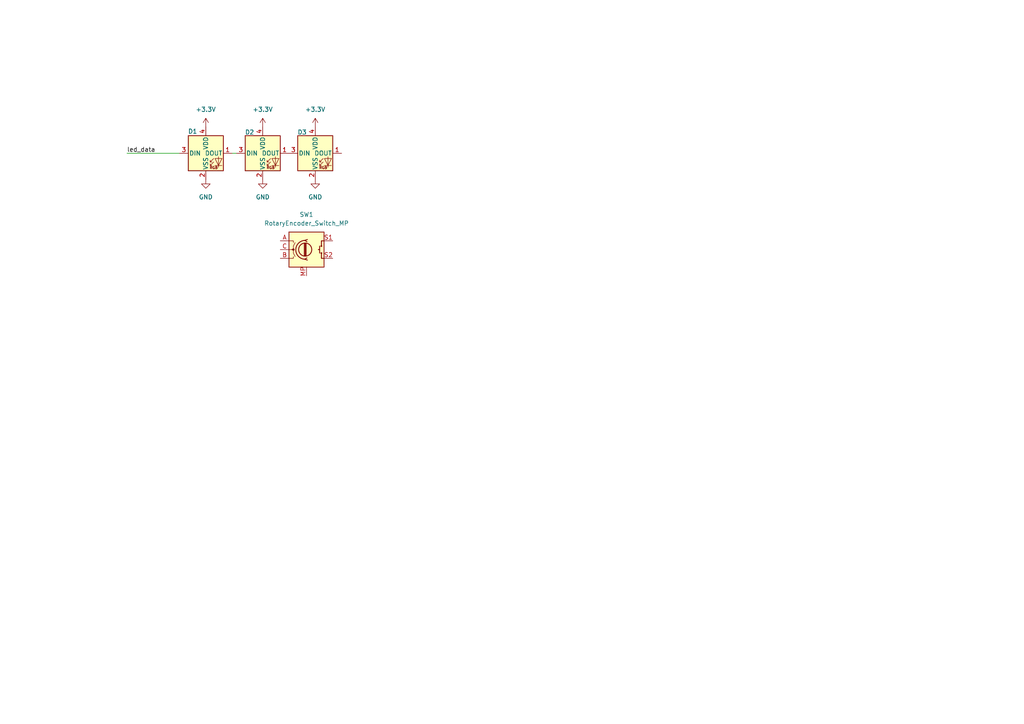
<source format=kicad_sch>
(kicad_sch
	(version 20231120)
	(generator "eeschema")
	(generator_version "8.0")
	(uuid "24079b79-aeaf-4400-acd2-06d50b897fd4")
	(paper "A4")
	(lib_symbols
		(symbol "Device:RotaryEncoder_Switch_MP"
			(pin_names
				(offset 0.254) hide)
			(exclude_from_sim no)
			(in_bom yes)
			(on_board yes)
			(property "Reference" "SW"
				(at 0 8.89 0)
				(effects
					(font
						(size 1.27 1.27)
					)
				)
			)
			(property "Value" "RotaryEncoder_Switch_MP"
				(at 0 6.35 0)
				(effects
					(font
						(size 1.27 1.27)
					)
				)
			)
			(property "Footprint" ""
				(at -3.81 4.064 0)
				(effects
					(font
						(size 1.27 1.27)
					)
					(hide yes)
				)
			)
			(property "Datasheet" "~"
				(at 0 -12.7 0)
				(effects
					(font
						(size 1.27 1.27)
					)
					(hide yes)
				)
			)
			(property "Description" "Rotary encoder, dual channel, incremental quadrate outputs, with switch and MP Pin"
				(at 0 -15.24 0)
				(effects
					(font
						(size 1.27 1.27)
					)
					(hide yes)
				)
			)
			(property "ki_keywords" "rotary switch encoder switch push button"
				(at 0 0 0)
				(effects
					(font
						(size 1.27 1.27)
					)
					(hide yes)
				)
			)
			(property "ki_fp_filters" "RotaryEncoder*Switch*"
				(at 0 0 0)
				(effects
					(font
						(size 1.27 1.27)
					)
					(hide yes)
				)
			)
			(symbol "RotaryEncoder_Switch_MP_0_1"
				(rectangle
					(start -5.08 5.08)
					(end 5.08 -5.08)
					(stroke
						(width 0.254)
						(type default)
					)
					(fill
						(type background)
					)
				)
				(circle
					(center -3.81 0)
					(radius 0.254)
					(stroke
						(width 0)
						(type default)
					)
					(fill
						(type outline)
					)
				)
				(circle
					(center -0.381 0)
					(radius 1.905)
					(stroke
						(width 0.254)
						(type default)
					)
					(fill
						(type none)
					)
				)
				(arc
					(start -0.381 2.667)
					(mid -3.0988 -0.0635)
					(end -0.381 -2.794)
					(stroke
						(width 0.254)
						(type default)
					)
					(fill
						(type none)
					)
				)
				(polyline
					(pts
						(xy -0.635 -1.778) (xy -0.635 1.778)
					)
					(stroke
						(width 0.254)
						(type default)
					)
					(fill
						(type none)
					)
				)
				(polyline
					(pts
						(xy -0.381 -1.778) (xy -0.381 1.778)
					)
					(stroke
						(width 0.254)
						(type default)
					)
					(fill
						(type none)
					)
				)
				(polyline
					(pts
						(xy -0.127 1.778) (xy -0.127 -1.778)
					)
					(stroke
						(width 0.254)
						(type default)
					)
					(fill
						(type none)
					)
				)
				(polyline
					(pts
						(xy 3.81 0) (xy 3.429 0)
					)
					(stroke
						(width 0.254)
						(type default)
					)
					(fill
						(type none)
					)
				)
				(polyline
					(pts
						(xy 3.81 1.016) (xy 3.81 -1.016)
					)
					(stroke
						(width 0.254)
						(type default)
					)
					(fill
						(type none)
					)
				)
				(polyline
					(pts
						(xy -5.08 -2.54) (xy -3.81 -2.54) (xy -3.81 -2.032)
					)
					(stroke
						(width 0)
						(type default)
					)
					(fill
						(type none)
					)
				)
				(polyline
					(pts
						(xy -5.08 2.54) (xy -3.81 2.54) (xy -3.81 2.032)
					)
					(stroke
						(width 0)
						(type default)
					)
					(fill
						(type none)
					)
				)
				(polyline
					(pts
						(xy 0.254 -3.048) (xy -0.508 -2.794) (xy 0.127 -2.413)
					)
					(stroke
						(width 0.254)
						(type default)
					)
					(fill
						(type none)
					)
				)
				(polyline
					(pts
						(xy 0.254 2.921) (xy -0.508 2.667) (xy 0.127 2.286)
					)
					(stroke
						(width 0.254)
						(type default)
					)
					(fill
						(type none)
					)
				)
				(polyline
					(pts
						(xy 5.08 -2.54) (xy 4.318 -2.54) (xy 4.318 -1.016)
					)
					(stroke
						(width 0.254)
						(type default)
					)
					(fill
						(type none)
					)
				)
				(polyline
					(pts
						(xy 5.08 2.54) (xy 4.318 2.54) (xy 4.318 1.016)
					)
					(stroke
						(width 0.254)
						(type default)
					)
					(fill
						(type none)
					)
				)
				(polyline
					(pts
						(xy -5.08 0) (xy -3.81 0) (xy -3.81 -1.016) (xy -3.302 -2.032)
					)
					(stroke
						(width 0)
						(type default)
					)
					(fill
						(type none)
					)
				)
				(polyline
					(pts
						(xy -4.318 0) (xy -3.81 0) (xy -3.81 1.016) (xy -3.302 2.032)
					)
					(stroke
						(width 0)
						(type default)
					)
					(fill
						(type none)
					)
				)
				(circle
					(center 4.318 -1.016)
					(radius 0.127)
					(stroke
						(width 0.254)
						(type default)
					)
					(fill
						(type none)
					)
				)
				(circle
					(center 4.318 1.016)
					(radius 0.127)
					(stroke
						(width 0.254)
						(type default)
					)
					(fill
						(type none)
					)
				)
			)
			(symbol "RotaryEncoder_Switch_MP_1_1"
				(pin passive line
					(at -7.62 2.54 0)
					(length 2.54)
					(name "A"
						(effects
							(font
								(size 1.27 1.27)
							)
						)
					)
					(number "A"
						(effects
							(font
								(size 1.27 1.27)
							)
						)
					)
				)
				(pin passive line
					(at -7.62 -2.54 0)
					(length 2.54)
					(name "B"
						(effects
							(font
								(size 1.27 1.27)
							)
						)
					)
					(number "B"
						(effects
							(font
								(size 1.27 1.27)
							)
						)
					)
				)
				(pin passive line
					(at -7.62 0 0)
					(length 2.54)
					(name "C"
						(effects
							(font
								(size 1.27 1.27)
							)
						)
					)
					(number "C"
						(effects
							(font
								(size 1.27 1.27)
							)
						)
					)
				)
				(pin passive line
					(at 0 -7.62 90)
					(length 2.54)
					(name "MP"
						(effects
							(font
								(size 1.27 1.27)
							)
						)
					)
					(number "MP"
						(effects
							(font
								(size 1.27 1.27)
							)
						)
					)
				)
				(pin passive line
					(at 7.62 2.54 180)
					(length 2.54)
					(name "S1"
						(effects
							(font
								(size 1.27 1.27)
							)
						)
					)
					(number "S1"
						(effects
							(font
								(size 1.27 1.27)
							)
						)
					)
				)
				(pin passive line
					(at 7.62 -2.54 180)
					(length 2.54)
					(name "S2"
						(effects
							(font
								(size 1.27 1.27)
							)
						)
					)
					(number "S2"
						(effects
							(font
								(size 1.27 1.27)
							)
						)
					)
				)
			)
		)
		(symbol "LED:WS2812B-2020"
			(pin_names
				(offset 0.254)
			)
			(exclude_from_sim no)
			(in_bom yes)
			(on_board yes)
			(property "Reference" "D"
				(at 5.08 5.715 0)
				(effects
					(font
						(size 1.27 1.27)
					)
					(justify right bottom)
				)
			)
			(property "Value" "WS2812B-2020"
				(at 1.27 -5.715 0)
				(effects
					(font
						(size 1.27 1.27)
					)
					(justify left top)
				)
			)
			(property "Footprint" "LED_SMD:LED_WS2812B-2020_PLCC4_2.0x2.0mm"
				(at 1.27 -7.62 0)
				(effects
					(font
						(size 1.27 1.27)
					)
					(justify left top)
					(hide yes)
				)
			)
			(property "Datasheet" "https://cdn-shop.adafruit.com/product-files/4684/4684_WS2812B-2020_V1.3_EN.pdf"
				(at 2.54 -9.525 0)
				(effects
					(font
						(size 1.27 1.27)
					)
					(justify left top)
					(hide yes)
				)
			)
			(property "Description" "RGB LED with integrated controller, 2.0 x 2.0 mm, 12 mA"
				(at 0 0 0)
				(effects
					(font
						(size 1.27 1.27)
					)
					(hide yes)
				)
			)
			(property "ki_keywords" "RGB LED NeoPixel Nano addressable"
				(at 0 0 0)
				(effects
					(font
						(size 1.27 1.27)
					)
					(hide yes)
				)
			)
			(property "ki_fp_filters" "LED*WS2812*-2020_PLCC4*"
				(at 0 0 0)
				(effects
					(font
						(size 1.27 1.27)
					)
					(hide yes)
				)
			)
			(symbol "WS2812B-2020_0_0"
				(text "RGB"
					(at 2.286 -4.191 0)
					(effects
						(font
							(size 0.762 0.762)
						)
					)
				)
			)
			(symbol "WS2812B-2020_0_1"
				(polyline
					(pts
						(xy 1.27 -3.556) (xy 1.778 -3.556)
					)
					(stroke
						(width 0)
						(type default)
					)
					(fill
						(type none)
					)
				)
				(polyline
					(pts
						(xy 1.27 -2.54) (xy 1.778 -2.54)
					)
					(stroke
						(width 0)
						(type default)
					)
					(fill
						(type none)
					)
				)
				(polyline
					(pts
						(xy 4.699 -3.556) (xy 2.667 -3.556)
					)
					(stroke
						(width 0)
						(type default)
					)
					(fill
						(type none)
					)
				)
				(polyline
					(pts
						(xy 2.286 -2.54) (xy 1.27 -3.556) (xy 1.27 -3.048)
					)
					(stroke
						(width 0)
						(type default)
					)
					(fill
						(type none)
					)
				)
				(polyline
					(pts
						(xy 2.286 -1.524) (xy 1.27 -2.54) (xy 1.27 -2.032)
					)
					(stroke
						(width 0)
						(type default)
					)
					(fill
						(type none)
					)
				)
				(polyline
					(pts
						(xy 3.683 -1.016) (xy 3.683 -3.556) (xy 3.683 -4.064)
					)
					(stroke
						(width 0)
						(type default)
					)
					(fill
						(type none)
					)
				)
				(polyline
					(pts
						(xy 4.699 -1.524) (xy 2.667 -1.524) (xy 3.683 -3.556) (xy 4.699 -1.524)
					)
					(stroke
						(width 0)
						(type default)
					)
					(fill
						(type none)
					)
				)
				(rectangle
					(start 5.08 5.08)
					(end -5.08 -5.08)
					(stroke
						(width 0.254)
						(type default)
					)
					(fill
						(type background)
					)
				)
			)
			(symbol "WS2812B-2020_1_1"
				(pin output line
					(at 7.62 0 180)
					(length 2.54)
					(name "DOUT"
						(effects
							(font
								(size 1.27 1.27)
							)
						)
					)
					(number "1"
						(effects
							(font
								(size 1.27 1.27)
							)
						)
					)
				)
				(pin power_in line
					(at 0 -7.62 90)
					(length 2.54)
					(name "VSS"
						(effects
							(font
								(size 1.27 1.27)
							)
						)
					)
					(number "2"
						(effects
							(font
								(size 1.27 1.27)
							)
						)
					)
				)
				(pin input line
					(at -7.62 0 0)
					(length 2.54)
					(name "DIN"
						(effects
							(font
								(size 1.27 1.27)
							)
						)
					)
					(number "3"
						(effects
							(font
								(size 1.27 1.27)
							)
						)
					)
				)
				(pin power_in line
					(at 0 7.62 270)
					(length 2.54)
					(name "VDD"
						(effects
							(font
								(size 1.27 1.27)
							)
						)
					)
					(number "4"
						(effects
							(font
								(size 1.27 1.27)
							)
						)
					)
				)
			)
		)
		(symbol "power:+3.3V"
			(power)
			(pin_numbers hide)
			(pin_names
				(offset 0) hide)
			(exclude_from_sim no)
			(in_bom yes)
			(on_board yes)
			(property "Reference" "#PWR"
				(at 0 -3.81 0)
				(effects
					(font
						(size 1.27 1.27)
					)
					(hide yes)
				)
			)
			(property "Value" "+3.3V"
				(at 0 3.556 0)
				(effects
					(font
						(size 1.27 1.27)
					)
				)
			)
			(property "Footprint" ""
				(at 0 0 0)
				(effects
					(font
						(size 1.27 1.27)
					)
					(hide yes)
				)
			)
			(property "Datasheet" ""
				(at 0 0 0)
				(effects
					(font
						(size 1.27 1.27)
					)
					(hide yes)
				)
			)
			(property "Description" "Power symbol creates a global label with name \"+3.3V\""
				(at 0 0 0)
				(effects
					(font
						(size 1.27 1.27)
					)
					(hide yes)
				)
			)
			(property "ki_keywords" "global power"
				(at 0 0 0)
				(effects
					(font
						(size 1.27 1.27)
					)
					(hide yes)
				)
			)
			(symbol "+3.3V_0_1"
				(polyline
					(pts
						(xy -0.762 1.27) (xy 0 2.54)
					)
					(stroke
						(width 0)
						(type default)
					)
					(fill
						(type none)
					)
				)
				(polyline
					(pts
						(xy 0 0) (xy 0 2.54)
					)
					(stroke
						(width 0)
						(type default)
					)
					(fill
						(type none)
					)
				)
				(polyline
					(pts
						(xy 0 2.54) (xy 0.762 1.27)
					)
					(stroke
						(width 0)
						(type default)
					)
					(fill
						(type none)
					)
				)
			)
			(symbol "+3.3V_1_1"
				(pin power_in line
					(at 0 0 90)
					(length 0)
					(name "~"
						(effects
							(font
								(size 1.27 1.27)
							)
						)
					)
					(number "1"
						(effects
							(font
								(size 1.27 1.27)
							)
						)
					)
				)
			)
		)
		(symbol "power:GND"
			(power)
			(pin_numbers hide)
			(pin_names
				(offset 0) hide)
			(exclude_from_sim no)
			(in_bom yes)
			(on_board yes)
			(property "Reference" "#PWR"
				(at 0 -6.35 0)
				(effects
					(font
						(size 1.27 1.27)
					)
					(hide yes)
				)
			)
			(property "Value" "GND"
				(at 0 -3.81 0)
				(effects
					(font
						(size 1.27 1.27)
					)
				)
			)
			(property "Footprint" ""
				(at 0 0 0)
				(effects
					(font
						(size 1.27 1.27)
					)
					(hide yes)
				)
			)
			(property "Datasheet" ""
				(at 0 0 0)
				(effects
					(font
						(size 1.27 1.27)
					)
					(hide yes)
				)
			)
			(property "Description" "Power symbol creates a global label with name \"GND\" , ground"
				(at 0 0 0)
				(effects
					(font
						(size 1.27 1.27)
					)
					(hide yes)
				)
			)
			(property "ki_keywords" "global power"
				(at 0 0 0)
				(effects
					(font
						(size 1.27 1.27)
					)
					(hide yes)
				)
			)
			(symbol "GND_0_1"
				(polyline
					(pts
						(xy 0 0) (xy 0 -1.27) (xy 1.27 -1.27) (xy 0 -2.54) (xy -1.27 -1.27) (xy 0 -1.27)
					)
					(stroke
						(width 0)
						(type default)
					)
					(fill
						(type none)
					)
				)
			)
			(symbol "GND_1_1"
				(pin power_in line
					(at 0 0 270)
					(length 0)
					(name "~"
						(effects
							(font
								(size 1.27 1.27)
							)
						)
					)
					(number "1"
						(effects
							(font
								(size 1.27 1.27)
							)
						)
					)
				)
			)
		)
	)
	(wire
		(pts
			(xy 36.83 44.45) (xy 52.07 44.45)
		)
		(stroke
			(width 0)
			(type default)
		)
		(uuid "90305c4f-7fcb-4871-b2da-23dd5e414b01")
	)
	(wire
		(pts
			(xy 68.58 44.45) (xy 67.31 44.45)
		)
		(stroke
			(width 0)
			(type default)
		)
		(uuid "f80f728a-bd42-409d-bbeb-f46e7fefb11f")
	)
	(label "led_data"
		(at 36.83 44.45 0)
		(fields_autoplaced yes)
		(effects
			(font
				(size 1.27 1.27)
			)
			(justify left bottom)
		)
		(uuid "70789af6-fde8-4d9e-aedb-b6a51ecc28c8")
	)
	(symbol
		(lib_id "power:GND")
		(at 76.2 52.07 0)
		(unit 1)
		(exclude_from_sim no)
		(in_bom yes)
		(on_board yes)
		(dnp no)
		(fields_autoplaced yes)
		(uuid "0f7a024f-d1aa-4c7a-ae2c-44eb2b6c1717")
		(property "Reference" "#PWR05"
			(at 76.2 58.42 0)
			(effects
				(font
					(size 1.27 1.27)
				)
				(hide yes)
			)
		)
		(property "Value" "GND"
			(at 76.2 57.15 0)
			(effects
				(font
					(size 1.27 1.27)
				)
			)
		)
		(property "Footprint" ""
			(at 76.2 52.07 0)
			(effects
				(font
					(size 1.27 1.27)
				)
				(hide yes)
			)
		)
		(property "Datasheet" ""
			(at 76.2 52.07 0)
			(effects
				(font
					(size 1.27 1.27)
				)
				(hide yes)
			)
		)
		(property "Description" "Power symbol creates a global label with name \"GND\" , ground"
			(at 76.2 52.07 0)
			(effects
				(font
					(size 1.27 1.27)
				)
				(hide yes)
			)
		)
		(pin "1"
			(uuid "65ad3966-8fd9-487c-9444-5ad94cd15fbd")
		)
		(instances
			(project ""
				(path "/24079b79-aeaf-4400-acd2-06d50b897fd4"
					(reference "#PWR05")
					(unit 1)
				)
			)
		)
	)
	(symbol
		(lib_id "power:GND")
		(at 91.44 52.07 0)
		(unit 1)
		(exclude_from_sim no)
		(in_bom yes)
		(on_board yes)
		(dnp no)
		(fields_autoplaced yes)
		(uuid "12737ecc-130c-4759-a903-647d38004217")
		(property "Reference" "#PWR06"
			(at 91.44 58.42 0)
			(effects
				(font
					(size 1.27 1.27)
				)
				(hide yes)
			)
		)
		(property "Value" "GND"
			(at 91.44 57.15 0)
			(effects
				(font
					(size 1.27 1.27)
				)
			)
		)
		(property "Footprint" ""
			(at 91.44 52.07 0)
			(effects
				(font
					(size 1.27 1.27)
				)
				(hide yes)
			)
		)
		(property "Datasheet" ""
			(at 91.44 52.07 0)
			(effects
				(font
					(size 1.27 1.27)
				)
				(hide yes)
			)
		)
		(property "Description" "Power symbol creates a global label with name \"GND\" , ground"
			(at 91.44 52.07 0)
			(effects
				(font
					(size 1.27 1.27)
				)
				(hide yes)
			)
		)
		(pin "1"
			(uuid "da78e85a-3265-47eb-bdff-e957884a26b9")
		)
		(instances
			(project ""
				(path "/24079b79-aeaf-4400-acd2-06d50b897fd4"
					(reference "#PWR06")
					(unit 1)
				)
			)
		)
	)
	(symbol
		(lib_id "LED:WS2812B-2020")
		(at 91.44 44.45 0)
		(unit 1)
		(exclude_from_sim no)
		(in_bom yes)
		(on_board yes)
		(dnp no)
		(uuid "2ac7f6bf-a43c-49fa-b238-1924757e3097")
		(property "Reference" "D3"
			(at 87.63 38.354 0)
			(effects
				(font
					(size 1.27 1.27)
				)
			)
		)
		(property "Value" "WS2812B-2020"
			(at 105.41 40.6714 0)
			(effects
				(font
					(size 1.27 1.27)
				)
				(hide yes)
			)
		)
		(property "Footprint" "LED_SMD:LED_WS2812B-2020_PLCC4_2.0x2.0mm"
			(at 92.71 52.07 0)
			(effects
				(font
					(size 1.27 1.27)
				)
				(justify left top)
				(hide yes)
			)
		)
		(property "Datasheet" "https://cdn-shop.adafruit.com/product-files/4684/4684_WS2812B-2020_V1.3_EN.pdf"
			(at 93.98 53.975 0)
			(effects
				(font
					(size 1.27 1.27)
				)
				(justify left top)
				(hide yes)
			)
		)
		(property "Description" "RGB LED with integrated controller, 2.0 x 2.0 mm, 12 mA"
			(at 91.44 44.45 0)
			(effects
				(font
					(size 1.27 1.27)
				)
				(hide yes)
			)
		)
		(pin "3"
			(uuid "d6b39bdb-8c69-4c31-a615-8dbca6bf6bb9")
		)
		(pin "1"
			(uuid "8aabdfc9-6248-4fa6-b778-aeaa7da747b6")
		)
		(pin "2"
			(uuid "ac89dbef-d5a7-49bc-bd6f-35f5ac58bc0c")
		)
		(pin "4"
			(uuid "e5139768-7463-49f5-9721-aa745c72deaa")
		)
		(instances
			(project "termostat"
				(path "/24079b79-aeaf-4400-acd2-06d50b897fd4"
					(reference "D3")
					(unit 1)
				)
			)
		)
	)
	(symbol
		(lib_id "power:+3.3V")
		(at 76.2 36.83 0)
		(unit 1)
		(exclude_from_sim no)
		(in_bom yes)
		(on_board yes)
		(dnp no)
		(fields_autoplaced yes)
		(uuid "3bceed8e-7771-4534-b75e-a5848194d490")
		(property "Reference" "#PWR02"
			(at 76.2 40.64 0)
			(effects
				(font
					(size 1.27 1.27)
				)
				(hide yes)
			)
		)
		(property "Value" "+3.3V"
			(at 76.2 31.75 0)
			(effects
				(font
					(size 1.27 1.27)
				)
			)
		)
		(property "Footprint" ""
			(at 76.2 36.83 0)
			(effects
				(font
					(size 1.27 1.27)
				)
				(hide yes)
			)
		)
		(property "Datasheet" ""
			(at 76.2 36.83 0)
			(effects
				(font
					(size 1.27 1.27)
				)
				(hide yes)
			)
		)
		(property "Description" "Power symbol creates a global label with name \"+3.3V\""
			(at 76.2 36.83 0)
			(effects
				(font
					(size 1.27 1.27)
				)
				(hide yes)
			)
		)
		(pin "1"
			(uuid "1f9b034a-f377-4c5e-9aa1-11d620b9bfae")
		)
		(instances
			(project ""
				(path "/24079b79-aeaf-4400-acd2-06d50b897fd4"
					(reference "#PWR02")
					(unit 1)
				)
			)
		)
	)
	(symbol
		(lib_id "Device:RotaryEncoder_Switch_MP")
		(at 88.9 72.39 0)
		(unit 1)
		(exclude_from_sim no)
		(in_bom yes)
		(on_board yes)
		(dnp no)
		(fields_autoplaced yes)
		(uuid "485b4c2c-d383-43cf-83b0-57f21f6834fe")
		(property "Reference" "SW1"
			(at 88.9 62.23 0)
			(effects
				(font
					(size 1.27 1.27)
				)
			)
		)
		(property "Value" "RotaryEncoder_Switch_MP"
			(at 88.9 64.77 0)
			(effects
				(font
					(size 1.27 1.27)
				)
			)
		)
		(property "Footprint" "Rotary_Encoder:RotaryEncoder_Alps_EC11E-Switch_Vertical_H20mm_CircularMountingHoles"
			(at 85.09 68.326 0)
			(effects
				(font
					(size 1.27 1.27)
				)
				(hide yes)
			)
		)
		(property "Datasheet" "~"
			(at 88.9 85.09 0)
			(effects
				(font
					(size 1.27 1.27)
				)
				(hide yes)
			)
		)
		(property "Description" "Rotary encoder, dual channel, incremental quadrate outputs, with switch and MP Pin"
			(at 88.9 87.63 0)
			(effects
				(font
					(size 1.27 1.27)
				)
				(hide yes)
			)
		)
		(pin "C"
			(uuid "4b68ff12-6c3d-4f5e-89b6-e7a787b74d60")
		)
		(pin "S1"
			(uuid "5dfab2a6-6f64-4bed-945f-949ee3f3a3e0")
		)
		(pin "S2"
			(uuid "d1bd4707-91da-4509-89f0-69a756c02592")
		)
		(pin "A"
			(uuid "e31b7d1f-3039-4a49-8fcc-d5aaaa8a280a")
		)
		(pin "B"
			(uuid "90a942d2-908e-4174-b1c6-c5b115488136")
		)
		(pin "MP"
			(uuid "b4479245-1bd0-4136-b873-0f0f58b197cb")
		)
		(instances
			(project ""
				(path "/24079b79-aeaf-4400-acd2-06d50b897fd4"
					(reference "SW1")
					(unit 1)
				)
			)
		)
	)
	(symbol
		(lib_id "LED:WS2812B-2020")
		(at 76.2 44.45 0)
		(unit 1)
		(exclude_from_sim no)
		(in_bom yes)
		(on_board yes)
		(dnp no)
		(uuid "4c061526-7e4f-44cb-9c69-184126cd3897")
		(property "Reference" "D2"
			(at 72.39 38.354 0)
			(effects
				(font
					(size 1.27 1.27)
				)
			)
		)
		(property "Value" "WS2812B-2020"
			(at 90.17 40.6714 0)
			(effects
				(font
					(size 1.27 1.27)
				)
				(hide yes)
			)
		)
		(property "Footprint" "LED_SMD:LED_WS2812B-2020_PLCC4_2.0x2.0mm"
			(at 77.47 52.07 0)
			(effects
				(font
					(size 1.27 1.27)
				)
				(justify left top)
				(hide yes)
			)
		)
		(property "Datasheet" "https://cdn-shop.adafruit.com/product-files/4684/4684_WS2812B-2020_V1.3_EN.pdf"
			(at 78.74 53.975 0)
			(effects
				(font
					(size 1.27 1.27)
				)
				(justify left top)
				(hide yes)
			)
		)
		(property "Description" "RGB LED with integrated controller, 2.0 x 2.0 mm, 12 mA"
			(at 76.2 44.45 0)
			(effects
				(font
					(size 1.27 1.27)
				)
				(hide yes)
			)
		)
		(pin "3"
			(uuid "a3f6a2e4-1153-4aa1-ab2f-027fb43cd7b3")
		)
		(pin "1"
			(uuid "fe09cf52-6462-4aad-aa11-b6e29a632d31")
		)
		(pin "2"
			(uuid "2ce8f776-9c67-43da-b726-b96047316855")
		)
		(pin "4"
			(uuid "bedd629f-2d8f-42ee-8a70-e686c6a7bf12")
		)
		(instances
			(project "termostat"
				(path "/24079b79-aeaf-4400-acd2-06d50b897fd4"
					(reference "D2")
					(unit 1)
				)
			)
		)
	)
	(symbol
		(lib_id "LED:WS2812B-2020")
		(at 59.69 44.45 0)
		(unit 1)
		(exclude_from_sim no)
		(in_bom yes)
		(on_board yes)
		(dnp no)
		(uuid "836f95de-746a-4a73-914a-db3d709d6181")
		(property "Reference" "D1"
			(at 55.88 38.1 0)
			(effects
				(font
					(size 1.27 1.27)
				)
			)
		)
		(property "Value" "WS2812B-2020"
			(at 73.66 40.6714 0)
			(effects
				(font
					(size 1.27 1.27)
				)
				(hide yes)
			)
		)
		(property "Footprint" "LED_SMD:LED_WS2812B-2020_PLCC4_2.0x2.0mm"
			(at 60.96 52.07 0)
			(effects
				(font
					(size 1.27 1.27)
				)
				(justify left top)
				(hide yes)
			)
		)
		(property "Datasheet" "https://cdn-shop.adafruit.com/product-files/4684/4684_WS2812B-2020_V1.3_EN.pdf"
			(at 62.23 53.975 0)
			(effects
				(font
					(size 1.27 1.27)
				)
				(justify left top)
				(hide yes)
			)
		)
		(property "Description" "RGB LED with integrated controller, 2.0 x 2.0 mm, 12 mA"
			(at 59.69 44.45 0)
			(effects
				(font
					(size 1.27 1.27)
				)
				(hide yes)
			)
		)
		(pin "3"
			(uuid "0108b54e-f32c-4df5-b08d-ca430f9de8c4")
		)
		(pin "1"
			(uuid "ef186fb3-e2d9-4629-a72d-b2e1c5c80156")
		)
		(pin "2"
			(uuid "4351a9d7-bdcc-4787-898e-3c9df090542d")
		)
		(pin "4"
			(uuid "cdba3e43-2c82-4246-b9e0-bd2ca941ef8c")
		)
		(instances
			(project ""
				(path "/24079b79-aeaf-4400-acd2-06d50b897fd4"
					(reference "D1")
					(unit 1)
				)
			)
		)
	)
	(symbol
		(lib_id "power:+3.3V")
		(at 91.44 36.83 0)
		(unit 1)
		(exclude_from_sim no)
		(in_bom yes)
		(on_board yes)
		(dnp no)
		(fields_autoplaced yes)
		(uuid "aada9c2e-d6c0-4539-8312-de1d7bcf21d0")
		(property "Reference" "#PWR03"
			(at 91.44 40.64 0)
			(effects
				(font
					(size 1.27 1.27)
				)
				(hide yes)
			)
		)
		(property "Value" "+3.3V"
			(at 91.44 31.75 0)
			(effects
				(font
					(size 1.27 1.27)
				)
			)
		)
		(property "Footprint" ""
			(at 91.44 36.83 0)
			(effects
				(font
					(size 1.27 1.27)
				)
				(hide yes)
			)
		)
		(property "Datasheet" ""
			(at 91.44 36.83 0)
			(effects
				(font
					(size 1.27 1.27)
				)
				(hide yes)
			)
		)
		(property "Description" "Power symbol creates a global label with name \"+3.3V\""
			(at 91.44 36.83 0)
			(effects
				(font
					(size 1.27 1.27)
				)
				(hide yes)
			)
		)
		(pin "1"
			(uuid "5e1cba4f-d1e9-4db6-bc2f-6017e3c86583")
		)
		(instances
			(project ""
				(path "/24079b79-aeaf-4400-acd2-06d50b897fd4"
					(reference "#PWR03")
					(unit 1)
				)
			)
		)
	)
	(symbol
		(lib_id "power:+3.3V")
		(at 59.69 36.83 0)
		(unit 1)
		(exclude_from_sim no)
		(in_bom yes)
		(on_board yes)
		(dnp no)
		(fields_autoplaced yes)
		(uuid "bd489bde-f939-4e5a-9579-10d514a3408b")
		(property "Reference" "#PWR01"
			(at 59.69 40.64 0)
			(effects
				(font
					(size 1.27 1.27)
				)
				(hide yes)
			)
		)
		(property "Value" "+3.3V"
			(at 59.69 31.75 0)
			(effects
				(font
					(size 1.27 1.27)
				)
			)
		)
		(property "Footprint" ""
			(at 59.69 36.83 0)
			(effects
				(font
					(size 1.27 1.27)
				)
				(hide yes)
			)
		)
		(property "Datasheet" ""
			(at 59.69 36.83 0)
			(effects
				(font
					(size 1.27 1.27)
				)
				(hide yes)
			)
		)
		(property "Description" "Power symbol creates a global label with name \"+3.3V\""
			(at 59.69 36.83 0)
			(effects
				(font
					(size 1.27 1.27)
				)
				(hide yes)
			)
		)
		(pin "1"
			(uuid "67777720-c7cb-4f59-8eaf-6f7074f78bbd")
		)
		(instances
			(project ""
				(path "/24079b79-aeaf-4400-acd2-06d50b897fd4"
					(reference "#PWR01")
					(unit 1)
				)
			)
		)
	)
	(symbol
		(lib_id "power:GND")
		(at 59.69 52.07 0)
		(unit 1)
		(exclude_from_sim no)
		(in_bom yes)
		(on_board yes)
		(dnp no)
		(fields_autoplaced yes)
		(uuid "ef8be806-c0ee-422d-9d02-c76949754cc8")
		(property "Reference" "#PWR04"
			(at 59.69 58.42 0)
			(effects
				(font
					(size 1.27 1.27)
				)
				(hide yes)
			)
		)
		(property "Value" "GND"
			(at 59.69 57.15 0)
			(effects
				(font
					(size 1.27 1.27)
				)
			)
		)
		(property "Footprint" ""
			(at 59.69 52.07 0)
			(effects
				(font
					(size 1.27 1.27)
				)
				(hide yes)
			)
		)
		(property "Datasheet" ""
			(at 59.69 52.07 0)
			(effects
				(font
					(size 1.27 1.27)
				)
				(hide yes)
			)
		)
		(property "Description" "Power symbol creates a global label with name \"GND\" , ground"
			(at 59.69 52.07 0)
			(effects
				(font
					(size 1.27 1.27)
				)
				(hide yes)
			)
		)
		(pin "1"
			(uuid "d38cf875-859d-493f-bed6-e036c3c62d27")
		)
		(instances
			(project ""
				(path "/24079b79-aeaf-4400-acd2-06d50b897fd4"
					(reference "#PWR04")
					(unit 1)
				)
			)
		)
	)
	(sheet_instances
		(path "/"
			(page "1")
		)
	)
)

</source>
